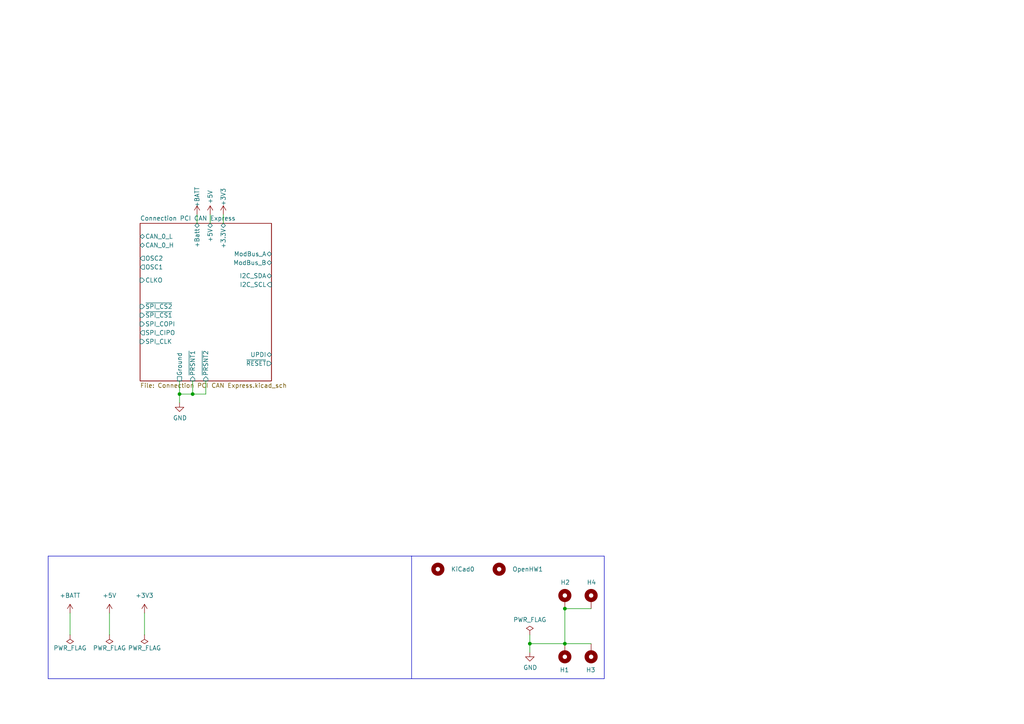
<source format=kicad_sch>
(kicad_sch
	(version 20250114)
	(generator "eeschema")
	(generator_version "9.0")
	(uuid "b26d10c1-0874-459a-80a4-e525262e670c")
	(paper "A4")
	(lib_symbols
		(symbol "Mechanical:MountingHole"
			(pin_names
				(offset 1.016)
			)
			(exclude_from_sim no)
			(in_bom yes)
			(on_board yes)
			(property "Reference" "H"
				(at 0 5.08 0)
				(effects
					(font
						(size 1.27 1.27)
					)
				)
			)
			(property "Value" "MountingHole"
				(at 0 3.175 0)
				(effects
					(font
						(size 1.27 1.27)
					)
				)
			)
			(property "Footprint" ""
				(at 0 0 0)
				(effects
					(font
						(size 1.27 1.27)
					)
					(hide yes)
				)
			)
			(property "Datasheet" "~"
				(at 0 0 0)
				(effects
					(font
						(size 1.27 1.27)
					)
					(hide yes)
				)
			)
			(property "Description" "Mounting Hole without connection"
				(at 0 0 0)
				(effects
					(font
						(size 1.27 1.27)
					)
					(hide yes)
				)
			)
			(property "ki_keywords" "mounting hole"
				(at 0 0 0)
				(effects
					(font
						(size 1.27 1.27)
					)
					(hide yes)
				)
			)
			(property "ki_fp_filters" "MountingHole*"
				(at 0 0 0)
				(effects
					(font
						(size 1.27 1.27)
					)
					(hide yes)
				)
			)
			(symbol "MountingHole_0_1"
				(circle
					(center 0 0)
					(radius 1.27)
					(stroke
						(width 1.27)
						(type default)
					)
					(fill
						(type none)
					)
				)
			)
			(embedded_fonts no)
		)
		(symbol "Mechanical:MountingHole_Pad"
			(pin_numbers
				(hide yes)
			)
			(pin_names
				(offset 1.016)
				(hide yes)
			)
			(exclude_from_sim no)
			(in_bom yes)
			(on_board yes)
			(property "Reference" "H"
				(at 0 6.35 0)
				(effects
					(font
						(size 1.27 1.27)
					)
				)
			)
			(property "Value" "MountingHole_Pad"
				(at 0 4.445 0)
				(effects
					(font
						(size 1.27 1.27)
					)
				)
			)
			(property "Footprint" ""
				(at 0 0 0)
				(effects
					(font
						(size 1.27 1.27)
					)
					(hide yes)
				)
			)
			(property "Datasheet" "~"
				(at 0 0 0)
				(effects
					(font
						(size 1.27 1.27)
					)
					(hide yes)
				)
			)
			(property "Description" "Mounting Hole with connection"
				(at 0 0 0)
				(effects
					(font
						(size 1.27 1.27)
					)
					(hide yes)
				)
			)
			(property "ki_keywords" "mounting hole"
				(at 0 0 0)
				(effects
					(font
						(size 1.27 1.27)
					)
					(hide yes)
				)
			)
			(property "ki_fp_filters" "MountingHole*Pad*"
				(at 0 0 0)
				(effects
					(font
						(size 1.27 1.27)
					)
					(hide yes)
				)
			)
			(symbol "MountingHole_Pad_0_1"
				(circle
					(center 0 1.27)
					(radius 1.27)
					(stroke
						(width 1.27)
						(type default)
					)
					(fill
						(type none)
					)
				)
			)
			(symbol "MountingHole_Pad_1_1"
				(pin input line
					(at 0 -2.54 90)
					(length 2.54)
					(name "1"
						(effects
							(font
								(size 1.27 1.27)
							)
						)
					)
					(number "1"
						(effects
							(font
								(size 1.27 1.27)
							)
						)
					)
				)
			)
			(embedded_fonts no)
		)
		(symbol "power:+3V3"
			(power)
			(pin_names
				(offset 0)
			)
			(exclude_from_sim no)
			(in_bom yes)
			(on_board yes)
			(property "Reference" "#PWR"
				(at 0 -3.81 0)
				(effects
					(font
						(size 1.27 1.27)
					)
					(hide yes)
				)
			)
			(property "Value" "+3V3"
				(at 0 3.556 0)
				(effects
					(font
						(size 1.27 1.27)
					)
				)
			)
			(property "Footprint" ""
				(at 0 0 0)
				(effects
					(font
						(size 1.27 1.27)
					)
					(hide yes)
				)
			)
			(property "Datasheet" ""
				(at 0 0 0)
				(effects
					(font
						(size 1.27 1.27)
					)
					(hide yes)
				)
			)
			(property "Description" "Power symbol creates a global label with name \"+3V3\""
				(at 0 0 0)
				(effects
					(font
						(size 1.27 1.27)
					)
					(hide yes)
				)
			)
			(property "ki_keywords" "power-flag"
				(at 0 0 0)
				(effects
					(font
						(size 1.27 1.27)
					)
					(hide yes)
				)
			)
			(symbol "+3V3_0_1"
				(polyline
					(pts
						(xy -0.762 1.27) (xy 0 2.54)
					)
					(stroke
						(width 0)
						(type default)
					)
					(fill
						(type none)
					)
				)
				(polyline
					(pts
						(xy 0 2.54) (xy 0.762 1.27)
					)
					(stroke
						(width 0)
						(type default)
					)
					(fill
						(type none)
					)
				)
				(polyline
					(pts
						(xy 0 0) (xy 0 2.54)
					)
					(stroke
						(width 0)
						(type default)
					)
					(fill
						(type none)
					)
				)
			)
			(symbol "+3V3_1_1"
				(pin power_in line
					(at 0 0 90)
					(length 0)
					(hide yes)
					(name "+3V3"
						(effects
							(font
								(size 1.27 1.27)
							)
						)
					)
					(number "1"
						(effects
							(font
								(size 1.27 1.27)
							)
						)
					)
				)
			)
			(embedded_fonts no)
		)
		(symbol "power:+5V"
			(power)
			(pin_names
				(offset 0)
			)
			(exclude_from_sim no)
			(in_bom yes)
			(on_board yes)
			(property "Reference" "#PWR"
				(at 0 -3.81 0)
				(effects
					(font
						(size 1.27 1.27)
					)
					(hide yes)
				)
			)
			(property "Value" "+5V"
				(at 0 3.556 0)
				(effects
					(font
						(size 1.27 1.27)
					)
				)
			)
			(property "Footprint" ""
				(at 0 0 0)
				(effects
					(font
						(size 1.27 1.27)
					)
					(hide yes)
				)
			)
			(property "Datasheet" ""
				(at 0 0 0)
				(effects
					(font
						(size 1.27 1.27)
					)
					(hide yes)
				)
			)
			(property "Description" "Power symbol creates a global label with name \"+5V\""
				(at 0 0 0)
				(effects
					(font
						(size 1.27 1.27)
					)
					(hide yes)
				)
			)
			(property "ki_keywords" "power-flag"
				(at 0 0 0)
				(effects
					(font
						(size 1.27 1.27)
					)
					(hide yes)
				)
			)
			(symbol "+5V_0_1"
				(polyline
					(pts
						(xy -0.762 1.27) (xy 0 2.54)
					)
					(stroke
						(width 0)
						(type default)
					)
					(fill
						(type none)
					)
				)
				(polyline
					(pts
						(xy 0 2.54) (xy 0.762 1.27)
					)
					(stroke
						(width 0)
						(type default)
					)
					(fill
						(type none)
					)
				)
				(polyline
					(pts
						(xy 0 0) (xy 0 2.54)
					)
					(stroke
						(width 0)
						(type default)
					)
					(fill
						(type none)
					)
				)
			)
			(symbol "+5V_1_1"
				(pin power_in line
					(at 0 0 90)
					(length 0)
					(hide yes)
					(name "+5V"
						(effects
							(font
								(size 1.27 1.27)
							)
						)
					)
					(number "1"
						(effects
							(font
								(size 1.27 1.27)
							)
						)
					)
				)
			)
			(embedded_fonts no)
		)
		(symbol "power:+BATT"
			(power)
			(pin_names
				(offset 0)
			)
			(exclude_from_sim no)
			(in_bom yes)
			(on_board yes)
			(property "Reference" "#PWR"
				(at 0 -3.81 0)
				(effects
					(font
						(size 1.27 1.27)
					)
					(hide yes)
				)
			)
			(property "Value" "+BATT"
				(at 0 3.556 0)
				(effects
					(font
						(size 1.27 1.27)
					)
				)
			)
			(property "Footprint" ""
				(at 0 0 0)
				(effects
					(font
						(size 1.27 1.27)
					)
					(hide yes)
				)
			)
			(property "Datasheet" ""
				(at 0 0 0)
				(effects
					(font
						(size 1.27 1.27)
					)
					(hide yes)
				)
			)
			(property "Description" "Power symbol creates a global label with name \"+BATT\""
				(at 0 0 0)
				(effects
					(font
						(size 1.27 1.27)
					)
					(hide yes)
				)
			)
			(property "ki_keywords" "power-flag battery"
				(at 0 0 0)
				(effects
					(font
						(size 1.27 1.27)
					)
					(hide yes)
				)
			)
			(symbol "+BATT_0_1"
				(polyline
					(pts
						(xy -0.762 1.27) (xy 0 2.54)
					)
					(stroke
						(width 0)
						(type default)
					)
					(fill
						(type none)
					)
				)
				(polyline
					(pts
						(xy 0 2.54) (xy 0.762 1.27)
					)
					(stroke
						(width 0)
						(type default)
					)
					(fill
						(type none)
					)
				)
				(polyline
					(pts
						(xy 0 0) (xy 0 2.54)
					)
					(stroke
						(width 0)
						(type default)
					)
					(fill
						(type none)
					)
				)
			)
			(symbol "+BATT_1_1"
				(pin power_in line
					(at 0 0 90)
					(length 0)
					(hide yes)
					(name "+BATT"
						(effects
							(font
								(size 1.27 1.27)
							)
						)
					)
					(number "1"
						(effects
							(font
								(size 1.27 1.27)
							)
						)
					)
				)
			)
			(embedded_fonts no)
		)
		(symbol "power:GND"
			(power)
			(pin_names
				(offset 0)
			)
			(exclude_from_sim no)
			(in_bom yes)
			(on_board yes)
			(property "Reference" "#PWR"
				(at 0 -6.35 0)
				(effects
					(font
						(size 1.27 1.27)
					)
					(hide yes)
				)
			)
			(property "Value" "GND"
				(at 0 -3.81 0)
				(effects
					(font
						(size 1.27 1.27)
					)
				)
			)
			(property "Footprint" ""
				(at 0 0 0)
				(effects
					(font
						(size 1.27 1.27)
					)
					(hide yes)
				)
			)
			(property "Datasheet" ""
				(at 0 0 0)
				(effects
					(font
						(size 1.27 1.27)
					)
					(hide yes)
				)
			)
			(property "Description" "Power symbol creates a global label with name \"GND\" , ground"
				(at 0 0 0)
				(effects
					(font
						(size 1.27 1.27)
					)
					(hide yes)
				)
			)
			(property "ki_keywords" "power-flag"
				(at 0 0 0)
				(effects
					(font
						(size 1.27 1.27)
					)
					(hide yes)
				)
			)
			(symbol "GND_0_1"
				(polyline
					(pts
						(xy 0 0) (xy 0 -1.27) (xy 1.27 -1.27) (xy 0 -2.54) (xy -1.27 -1.27) (xy 0 -1.27)
					)
					(stroke
						(width 0)
						(type default)
					)
					(fill
						(type none)
					)
				)
			)
			(symbol "GND_1_1"
				(pin power_in line
					(at 0 0 270)
					(length 0)
					(hide yes)
					(name "GND"
						(effects
							(font
								(size 1.27 1.27)
							)
						)
					)
					(number "1"
						(effects
							(font
								(size 1.27 1.27)
							)
						)
					)
				)
			)
			(embedded_fonts no)
		)
		(symbol "power:PWR_FLAG"
			(power)
			(pin_numbers
				(hide yes)
			)
			(pin_names
				(offset 0)
				(hide yes)
			)
			(exclude_from_sim no)
			(in_bom yes)
			(on_board yes)
			(property "Reference" "#FLG"
				(at 0 1.905 0)
				(effects
					(font
						(size 1.27 1.27)
					)
					(hide yes)
				)
			)
			(property "Value" "PWR_FLAG"
				(at 0 3.81 0)
				(effects
					(font
						(size 1.27 1.27)
					)
				)
			)
			(property "Footprint" ""
				(at 0 0 0)
				(effects
					(font
						(size 1.27 1.27)
					)
					(hide yes)
				)
			)
			(property "Datasheet" "~"
				(at 0 0 0)
				(effects
					(font
						(size 1.27 1.27)
					)
					(hide yes)
				)
			)
			(property "Description" "Special symbol for telling ERC where power comes from"
				(at 0 0 0)
				(effects
					(font
						(size 1.27 1.27)
					)
					(hide yes)
				)
			)
			(property "ki_keywords" "power-flag"
				(at 0 0 0)
				(effects
					(font
						(size 1.27 1.27)
					)
					(hide yes)
				)
			)
			(symbol "PWR_FLAG_0_0"
				(pin power_out line
					(at 0 0 90)
					(length 0)
					(name "pwr"
						(effects
							(font
								(size 1.27 1.27)
							)
						)
					)
					(number "1"
						(effects
							(font
								(size 1.27 1.27)
							)
						)
					)
				)
			)
			(symbol "PWR_FLAG_0_1"
				(polyline
					(pts
						(xy 0 0) (xy 0 1.27) (xy -1.016 1.905) (xy 0 2.54) (xy 1.016 1.905) (xy 0 1.27)
					)
					(stroke
						(width 0)
						(type default)
					)
					(fill
						(type none)
					)
				)
			)
			(embedded_fonts no)
		)
	)
	(junction
		(at 163.83 186.69)
		(diameter 0)
		(color 0 0 0 0)
		(uuid "2135ce01-b8dd-44e8-bebc-879f2270b621")
	)
	(junction
		(at 52.07 114.3)
		(diameter 0)
		(color 0 0 0 0)
		(uuid "3a588a4f-e0ec-4788-a3a2-8381acbc8285")
	)
	(junction
		(at 55.88 114.3)
		(diameter 0)
		(color 0 0 0 0)
		(uuid "ab007a77-a19c-4b0c-971b-f6e7d46175a0")
	)
	(junction
		(at 153.67 186.69)
		(diameter 0)
		(color 0 0 0 0)
		(uuid "c34e67f3-e92f-48d8-b5b9-1f61bfbff029")
	)
	(junction
		(at 163.83 176.53)
		(diameter 0)
		(color 0 0 0 0)
		(uuid "d52383f9-a675-4aca-9f79-eba21f0b1c6b")
	)
	(wire
		(pts
			(xy 57.15 62.23) (xy 57.15 64.77)
		)
		(stroke
			(width 0)
			(type default)
		)
		(uuid "01b7ac95-1595-466c-8741-290a542925bb")
	)
	(wire
		(pts
			(xy 153.67 186.69) (xy 163.83 186.69)
		)
		(stroke
			(width 0)
			(type default)
		)
		(uuid "06369cd4-69f0-4a79-9ab6-335d33abf233")
	)
	(polyline
		(pts
			(xy 119.38 161.29) (xy 175.26 161.29)
		)
		(stroke
			(width 0)
			(type default)
		)
		(uuid "1ad766ee-0758-41f2-80d2-eb65f60f4933")
	)
	(wire
		(pts
			(xy 60.96 62.23) (xy 60.96 64.77)
		)
		(stroke
			(width 0)
			(type default)
		)
		(uuid "343f11da-2079-46ff-b03d-3db335e34d1b")
	)
	(wire
		(pts
			(xy 20.32 177.8) (xy 20.32 184.15)
		)
		(stroke
			(width 0)
			(type default)
		)
		(uuid "405c42ce-020f-4a50-8e6e-859e5061fc87")
	)
	(polyline
		(pts
			(xy 13.97 161.29) (xy 13.97 196.85)
		)
		(stroke
			(width 0)
			(type default)
		)
		(uuid "493c0dd5-382e-4fd0-a910-5496d595dc5f")
	)
	(polyline
		(pts
			(xy 119.38 161.29) (xy 119.38 196.85)
		)
		(stroke
			(width 0)
			(type default)
		)
		(uuid "49445e0e-6f79-44ec-b534-f76c219cf38b")
	)
	(wire
		(pts
			(xy 153.67 184.15) (xy 153.67 186.69)
		)
		(stroke
			(width 0)
			(type default)
		)
		(uuid "4d2b81b1-dc1b-41d9-8d3d-ab0a6b9b1639")
	)
	(polyline
		(pts
			(xy 119.38 196.85) (xy 175.26 196.85)
		)
		(stroke
			(width 0)
			(type default)
		)
		(uuid "5b412533-3628-4bab-95bf-8bc352e3ae39")
	)
	(wire
		(pts
			(xy 55.88 110.49) (xy 55.88 114.3)
		)
		(stroke
			(width 0)
			(type default)
		)
		(uuid "5fa4d366-b74e-471e-8639-b6ae7ef32c19")
	)
	(polyline
		(pts
			(xy 13.97 161.29) (xy 119.38 161.29)
		)
		(stroke
			(width 0)
			(type default)
		)
		(uuid "819c2eae-28e6-440e-a576-c37701cc911b")
	)
	(wire
		(pts
			(xy 59.69 110.49) (xy 59.69 114.3)
		)
		(stroke
			(width 0)
			(type default)
		)
		(uuid "85a4055a-0cf8-4470-af3f-75f0bb289c6d")
	)
	(wire
		(pts
			(xy 52.07 110.49) (xy 52.07 114.3)
		)
		(stroke
			(width 0)
			(type default)
		)
		(uuid "9c91cb4b-f116-4251-8c67-f0fdb74e448f")
	)
	(wire
		(pts
			(xy 171.45 176.53) (xy 163.83 176.53)
		)
		(stroke
			(width 0)
			(type default)
		)
		(uuid "a636b58f-8c42-47c8-bde9-8dbb8fd3e1c0")
	)
	(wire
		(pts
			(xy 52.07 114.3) (xy 55.88 114.3)
		)
		(stroke
			(width 0)
			(type default)
		)
		(uuid "a94f5978-9d43-456c-875c-9ef76f8391ff")
	)
	(wire
		(pts
			(xy 153.67 186.69) (xy 153.67 189.23)
		)
		(stroke
			(width 0)
			(type default)
		)
		(uuid "ac7b2a0e-1431-42bf-9f61-c34c020313ac")
	)
	(polyline
		(pts
			(xy 97.79 196.85) (xy 13.97 196.85)
		)
		(stroke
			(width 0)
			(type default)
		)
		(uuid "af290d59-0024-4480-a782-7089aefdf796")
	)
	(wire
		(pts
			(xy 31.75 177.8) (xy 31.75 184.15)
		)
		(stroke
			(width 0)
			(type default)
		)
		(uuid "b920e04f-9dd4-44c9-82c8-33f816993c8c")
	)
	(wire
		(pts
			(xy 64.77 62.23) (xy 64.77 64.77)
		)
		(stroke
			(width 0)
			(type default)
		)
		(uuid "b944aa70-0499-437f-89c7-58f47b081cca")
	)
	(wire
		(pts
			(xy 52.07 114.3) (xy 52.07 116.84)
		)
		(stroke
			(width 0)
			(type default)
		)
		(uuid "c19ab12c-41cc-4559-aa3c-73b5b22d551c")
	)
	(wire
		(pts
			(xy 55.88 114.3) (xy 59.69 114.3)
		)
		(stroke
			(width 0)
			(type default)
		)
		(uuid "c9165932-f3eb-4d66-accc-a4b7a361846f")
	)
	(wire
		(pts
			(xy 171.45 186.69) (xy 163.83 186.69)
		)
		(stroke
			(width 0)
			(type default)
		)
		(uuid "d942ce4d-d2fd-4789-a3e9-ff80c77f1f87")
	)
	(polyline
		(pts
			(xy 175.26 196.85) (xy 175.26 161.29)
		)
		(stroke
			(width 0)
			(type default)
		)
		(uuid "dca371e7-bf20-4303-801b-94b53fd424bc")
	)
	(wire
		(pts
			(xy 163.83 176.53) (xy 163.83 186.69)
		)
		(stroke
			(width 0)
			(type default)
		)
		(uuid "f63d924b-4787-4e0b-8ab2-9070730b2bb8")
	)
	(polyline
		(pts
			(xy 97.79 196.85) (xy 119.38 196.85)
		)
		(stroke
			(width 0)
			(type default)
		)
		(uuid "f75a1202-bb97-4556-9b42-a8d5f299dcde")
	)
	(wire
		(pts
			(xy 41.91 177.8) (xy 41.91 184.15)
		)
		(stroke
			(width 0)
			(type default)
		)
		(uuid "fa9a54b8-5d26-412c-8b09-9ff90cc1da3c")
	)
	(symbol
		(lib_id "power:GND")
		(at 153.67 189.23 0)
		(unit 1)
		(exclude_from_sim no)
		(in_bom yes)
		(on_board yes)
		(dnp no)
		(uuid "11081459-cd41-48e1-8c63-efd6f2d2a734")
		(property "Reference" "#PWR0109"
			(at 153.67 195.58 0)
			(effects
				(font
					(size 1.27 1.27)
				)
				(hide yes)
			)
		)
		(property "Value" "GND"
			(at 153.797 193.6242 0)
			(effects
				(font
					(size 1.27 1.27)
				)
			)
		)
		(property "Footprint" ""
			(at 153.67 189.23 0)
			(effects
				(font
					(size 1.27 1.27)
				)
				(hide yes)
			)
		)
		(property "Datasheet" ""
			(at 153.67 189.23 0)
			(effects
				(font
					(size 1.27 1.27)
				)
				(hide yes)
			)
		)
		(property "Description" ""
			(at 153.67 189.23 0)
			(effects
				(font
					(size 1.27 1.27)
				)
			)
		)
		(pin "1"
			(uuid "ac56a834-b6ac-4425-8830-9a2bf9738b23")
		)
		(instances
			(project "PC104_PCI_CAN_Express"
				(path "/b26d10c1-0874-459a-80a4-e525262e670c"
					(reference "#PWR0109")
					(unit 1)
				)
			)
		)
	)
	(symbol
		(lib_id "Mechanical:MountingHole_Pad")
		(at 163.83 189.23 180)
		(unit 1)
		(exclude_from_sim no)
		(in_bom yes)
		(on_board yes)
		(dnp no)
		(uuid "142a8888-a686-4219-bf11-d33551d163bf")
		(property "Reference" "H1"
			(at 165.1 194.31 0)
			(effects
				(font
					(size 1.27 1.27)
				)
				(justify left)
			)
		)
		(property "Value" "MountingHole_Pad"
			(at 177.8 195.58 0)
			(effects
				(font
					(size 1.27 1.27)
				)
				(justify left)
				(hide yes)
			)
		)
		(property "Footprint" "MountingHole:MountingHole_3.2mm_M3_Pad_Via"
			(at 163.83 189.23 0)
			(effects
				(font
					(size 1.27 1.27)
				)
				(hide yes)
			)
		)
		(property "Datasheet" "~"
			(at 163.83 189.23 0)
			(effects
				(font
					(size 1.27 1.27)
				)
				(hide yes)
			)
		)
		(property "Description" ""
			(at 163.83 189.23 0)
			(effects
				(font
					(size 1.27 1.27)
				)
			)
		)
		(pin "1"
			(uuid "19ac61ba-f4b2-4a8a-b835-39912fea03f1")
		)
		(instances
			(project "PC104_PCI_CAN_Express"
				(path "/b26d10c1-0874-459a-80a4-e525262e670c"
					(reference "H1")
					(unit 1)
				)
			)
		)
	)
	(symbol
		(lib_id "power:+5V")
		(at 60.96 62.23 0)
		(unit 1)
		(exclude_from_sim no)
		(in_bom yes)
		(on_board yes)
		(dnp no)
		(uuid "1dfd98ca-f72a-4ad4-a19c-ec11bb60efe3")
		(property "Reference" "#PWR0112"
			(at 60.96 66.04 0)
			(effects
				(font
					(size 1.27 1.27)
				)
				(hide yes)
			)
		)
		(property "Value" "+5V"
			(at 60.96 57.15 90)
			(effects
				(font
					(size 1.27 1.27)
				)
			)
		)
		(property "Footprint" ""
			(at 60.96 62.23 0)
			(effects
				(font
					(size 1.27 1.27)
				)
				(hide yes)
			)
		)
		(property "Datasheet" ""
			(at 60.96 62.23 0)
			(effects
				(font
					(size 1.27 1.27)
				)
				(hide yes)
			)
		)
		(property "Description" ""
			(at 60.96 62.23 0)
			(effects
				(font
					(size 1.27 1.27)
				)
			)
		)
		(pin "1"
			(uuid "f5738780-63b7-49a5-871b-31bdbc395d81")
		)
		(instances
			(project "PC104_PCI_CAN_Express"
				(path "/b26d10c1-0874-459a-80a4-e525262e670c"
					(reference "#PWR0112")
					(unit 1)
				)
			)
		)
	)
	(symbol
		(lib_id "power:PWR_FLAG")
		(at 153.67 184.15 0)
		(unit 1)
		(exclude_from_sim no)
		(in_bom yes)
		(on_board yes)
		(dnp no)
		(uuid "1f7d3344-9f11-4918-8eab-6cd22f4df52b")
		(property "Reference" "#FLG0101"
			(at 153.67 182.245 0)
			(effects
				(font
					(size 1.27 1.27)
				)
				(hide yes)
			)
		)
		(property "Value" "PWR_FLAG"
			(at 153.67 179.7558 0)
			(effects
				(font
					(size 1.27 1.27)
				)
			)
		)
		(property "Footprint" ""
			(at 153.67 184.15 0)
			(effects
				(font
					(size 1.27 1.27)
				)
				(hide yes)
			)
		)
		(property "Datasheet" "~"
			(at 153.67 184.15 0)
			(effects
				(font
					(size 1.27 1.27)
				)
				(hide yes)
			)
		)
		(property "Description" ""
			(at 153.67 184.15 0)
			(effects
				(font
					(size 1.27 1.27)
				)
			)
		)
		(pin "1"
			(uuid "0a74809d-d151-4f05-8117-a97d88763ab2")
		)
		(instances
			(project "PC104_PCI_CAN_Express"
				(path "/b26d10c1-0874-459a-80a4-e525262e670c"
					(reference "#FLG0101")
					(unit 1)
				)
			)
		)
	)
	(symbol
		(lib_id "power:+3V3")
		(at 41.91 177.8 0)
		(unit 1)
		(exclude_from_sim no)
		(in_bom yes)
		(on_board yes)
		(dnp no)
		(fields_autoplaced yes)
		(uuid "1fe67c08-cfb1-4fd2-b4d5-3a991cc74c2a")
		(property "Reference" "#PWR0117"
			(at 41.91 181.61 0)
			(effects
				(font
					(size 1.27 1.27)
				)
				(hide yes)
			)
		)
		(property "Value" "+3V3"
			(at 41.91 172.72 0)
			(effects
				(font
					(size 1.27 1.27)
				)
			)
		)
		(property "Footprint" ""
			(at 41.91 177.8 0)
			(effects
				(font
					(size 1.27 1.27)
				)
				(hide yes)
			)
		)
		(property "Datasheet" ""
			(at 41.91 177.8 0)
			(effects
				(font
					(size 1.27 1.27)
				)
				(hide yes)
			)
		)
		(property "Description" ""
			(at 41.91 177.8 0)
			(effects
				(font
					(size 1.27 1.27)
				)
			)
		)
		(pin "1"
			(uuid "7cc3620e-c4a1-4dfd-b98d-af15bbd5ab80")
		)
		(instances
			(project "PC104_PCI_CAN_Express"
				(path "/b26d10c1-0874-459a-80a4-e525262e670c"
					(reference "#PWR0117")
					(unit 1)
				)
			)
		)
	)
	(symbol
		(lib_id "Mechanical:MountingHole")
		(at 127 165.1 0)
		(unit 1)
		(exclude_from_sim no)
		(in_bom yes)
		(on_board yes)
		(dnp no)
		(uuid "3478445b-9a2b-4f9a-8b3e-fbf23cf990f1")
		(property "Reference" "KiCad0"
			(at 130.81 165.1 0)
			(effects
				(font
					(size 1.27 1.27)
				)
				(justify left)
			)
		)
		(property "Value" "MountingHole"
			(at 129.54 166.3699 0)
			(effects
				(font
					(size 1.27 1.27)
				)
				(justify left)
				(hide yes)
			)
		)
		(property "Footprint" "Symbol:KiCad-Logo2_5mm_SilkScreen"
			(at 127 165.1 0)
			(effects
				(font
					(size 1.27 1.27)
				)
				(hide yes)
			)
		)
		(property "Datasheet" "~"
			(at 127 165.1 0)
			(effects
				(font
					(size 1.27 1.27)
				)
				(hide yes)
			)
		)
		(property "Description" ""
			(at 127 165.1 0)
			(effects
				(font
					(size 1.27 1.27)
				)
			)
		)
		(instances
			(project "PC104_PCI_CAN_Express"
				(path "/b26d10c1-0874-459a-80a4-e525262e670c"
					(reference "KiCad0")
					(unit 1)
				)
			)
		)
	)
	(symbol
		(lib_id "power:+BATT")
		(at 20.32 177.8 0)
		(unit 1)
		(exclude_from_sim no)
		(in_bom yes)
		(on_board yes)
		(dnp no)
		(fields_autoplaced yes)
		(uuid "463597cf-87fd-436e-b41a-9f03f63cd147")
		(property "Reference" "#PWR0110"
			(at 20.32 181.61 0)
			(effects
				(font
					(size 1.27 1.27)
				)
				(hide yes)
			)
		)
		(property "Value" "+BATT"
			(at 20.32 172.72 0)
			(effects
				(font
					(size 1.27 1.27)
				)
			)
		)
		(property "Footprint" ""
			(at 20.32 177.8 0)
			(effects
				(font
					(size 1.27 1.27)
				)
				(hide yes)
			)
		)
		(property "Datasheet" ""
			(at 20.32 177.8 0)
			(effects
				(font
					(size 1.27 1.27)
				)
				(hide yes)
			)
		)
		(property "Description" ""
			(at 20.32 177.8 0)
			(effects
				(font
					(size 1.27 1.27)
				)
			)
		)
		(pin "1"
			(uuid "fe27dbd4-2043-482b-aad5-99a76a9ae29f")
		)
		(instances
			(project "PC104_PCI_CAN_Express"
				(path "/b26d10c1-0874-459a-80a4-e525262e670c"
					(reference "#PWR0110")
					(unit 1)
				)
			)
		)
	)
	(symbol
		(lib_id "power:PWR_FLAG")
		(at 41.91 184.15 180)
		(unit 1)
		(exclude_from_sim no)
		(in_bom yes)
		(on_board yes)
		(dnp no)
		(uuid "4ebad3f4-9e56-49b5-afeb-de073d590f3d")
		(property "Reference" "#FLG0104"
			(at 41.91 186.055 0)
			(effects
				(font
					(size 1.27 1.27)
				)
				(hide yes)
			)
		)
		(property "Value" "PWR_FLAG"
			(at 41.91 187.96 0)
			(effects
				(font
					(size 1.27 1.27)
				)
			)
		)
		(property "Footprint" ""
			(at 41.91 184.15 0)
			(effects
				(font
					(size 1.27 1.27)
				)
				(hide yes)
			)
		)
		(property "Datasheet" "~"
			(at 41.91 184.15 0)
			(effects
				(font
					(size 1.27 1.27)
				)
				(hide yes)
			)
		)
		(property "Description" ""
			(at 41.91 184.15 0)
			(effects
				(font
					(size 1.27 1.27)
				)
			)
		)
		(pin "1"
			(uuid "ab206bb6-bbdf-4a0e-b930-a8c7e7cb0197")
		)
		(instances
			(project "PC104_PCI_CAN_Express"
				(path "/b26d10c1-0874-459a-80a4-e525262e670c"
					(reference "#FLG0104")
					(unit 1)
				)
			)
		)
	)
	(symbol
		(lib_id "power:PWR_FLAG")
		(at 20.32 184.15 180)
		(unit 1)
		(exclude_from_sim no)
		(in_bom yes)
		(on_board yes)
		(dnp no)
		(uuid "521b98fa-6dee-4b7b-ab1a-06dd9d46f0c4")
		(property "Reference" "#FLG0102"
			(at 20.32 186.055 0)
			(effects
				(font
					(size 1.27 1.27)
				)
				(hide yes)
			)
		)
		(property "Value" "PWR_FLAG"
			(at 20.32 187.96 0)
			(effects
				(font
					(size 1.27 1.27)
				)
			)
		)
		(property "Footprint" ""
			(at 20.32 184.15 0)
			(effects
				(font
					(size 1.27 1.27)
				)
				(hide yes)
			)
		)
		(property "Datasheet" "~"
			(at 20.32 184.15 0)
			(effects
				(font
					(size 1.27 1.27)
				)
				(hide yes)
			)
		)
		(property "Description" ""
			(at 20.32 184.15 0)
			(effects
				(font
					(size 1.27 1.27)
				)
			)
		)
		(pin "1"
			(uuid "99641195-14b8-4867-9367-0847bf6ed8f7")
		)
		(instances
			(project "PC104_PCI_CAN_Express"
				(path "/b26d10c1-0874-459a-80a4-e525262e670c"
					(reference "#FLG0102")
					(unit 1)
				)
			)
		)
	)
	(symbol
		(lib_id "power:PWR_FLAG")
		(at 31.75 184.15 180)
		(unit 1)
		(exclude_from_sim no)
		(in_bom yes)
		(on_board yes)
		(dnp no)
		(uuid "5a4f3624-b4ef-4d33-bd1e-2d7f58c95503")
		(property "Reference" "#FLG0103"
			(at 31.75 186.055 0)
			(effects
				(font
					(size 1.27 1.27)
				)
				(hide yes)
			)
		)
		(property "Value" "PWR_FLAG"
			(at 31.75 187.96 0)
			(effects
				(font
					(size 1.27 1.27)
				)
			)
		)
		(property "Footprint" ""
			(at 31.75 184.15 0)
			(effects
				(font
					(size 1.27 1.27)
				)
				(hide yes)
			)
		)
		(property "Datasheet" "~"
			(at 31.75 184.15 0)
			(effects
				(font
					(size 1.27 1.27)
				)
				(hide yes)
			)
		)
		(property "Description" ""
			(at 31.75 184.15 0)
			(effects
				(font
					(size 1.27 1.27)
				)
			)
		)
		(pin "1"
			(uuid "0a1c73af-9730-435c-b061-70baa6cb9d53")
		)
		(instances
			(project "PC104_PCI_CAN_Express"
				(path "/b26d10c1-0874-459a-80a4-e525262e670c"
					(reference "#FLG0103")
					(unit 1)
				)
			)
		)
	)
	(symbol
		(lib_id "power:+BATT")
		(at 57.15 62.23 0)
		(unit 1)
		(exclude_from_sim no)
		(in_bom yes)
		(on_board yes)
		(dnp no)
		(uuid "75233824-366b-4ea8-9966-4dec05311465")
		(property "Reference" "#PWR0113"
			(at 57.15 66.04 0)
			(effects
				(font
					(size 1.27 1.27)
				)
				(hide yes)
			)
		)
		(property "Value" "+BATT"
			(at 57.15 57.15 90)
			(effects
				(font
					(size 1.27 1.27)
				)
			)
		)
		(property "Footprint" ""
			(at 57.15 62.23 0)
			(effects
				(font
					(size 1.27 1.27)
				)
				(hide yes)
			)
		)
		(property "Datasheet" ""
			(at 57.15 62.23 0)
			(effects
				(font
					(size 1.27 1.27)
				)
				(hide yes)
			)
		)
		(property "Description" ""
			(at 57.15 62.23 0)
			(effects
				(font
					(size 1.27 1.27)
				)
			)
		)
		(pin "1"
			(uuid "766226bf-377e-49d6-b837-ab6c22ce7a5e")
		)
		(instances
			(project "PC104_PCI_CAN_Express"
				(path "/b26d10c1-0874-459a-80a4-e525262e670c"
					(reference "#PWR0113")
					(unit 1)
				)
			)
		)
	)
	(symbol
		(lib_id "Mechanical:MountingHole_Pad")
		(at 171.45 189.23 180)
		(unit 1)
		(exclude_from_sim no)
		(in_bom yes)
		(on_board yes)
		(dnp no)
		(uuid "87e5c540-bd63-4243-a6fb-beed1e7755d1")
		(property "Reference" "H3"
			(at 172.72 194.31 0)
			(effects
				(font
					(size 1.27 1.27)
				)
				(justify left)
			)
		)
		(property "Value" "MountingHole_Pad"
			(at 176.53 195.58 0)
			(effects
				(font
					(size 1.27 1.27)
				)
				(justify left)
				(hide yes)
			)
		)
		(property "Footprint" "MountingHole:MountingHole_3.2mm_M3_Pad_Via"
			(at 171.45 189.23 0)
			(effects
				(font
					(size 1.27 1.27)
				)
				(hide yes)
			)
		)
		(property "Datasheet" "~"
			(at 171.45 189.23 0)
			(effects
				(font
					(size 1.27 1.27)
				)
				(hide yes)
			)
		)
		(property "Description" ""
			(at 171.45 189.23 0)
			(effects
				(font
					(size 1.27 1.27)
				)
			)
		)
		(pin "1"
			(uuid "f7ed3c04-4c61-485e-b910-e916a5492303")
		)
		(instances
			(project "PC104_PCI_CAN_Express"
				(path "/b26d10c1-0874-459a-80a4-e525262e670c"
					(reference "H3")
					(unit 1)
				)
			)
		)
	)
	(symbol
		(lib_id "power:+5V")
		(at 31.75 177.8 0)
		(unit 1)
		(exclude_from_sim no)
		(in_bom yes)
		(on_board yes)
		(dnp no)
		(uuid "8cca5a79-10c5-4e6d-bd9b-886ce157ace2")
		(property "Reference" "#PWR0111"
			(at 31.75 181.61 0)
			(effects
				(font
					(size 1.27 1.27)
				)
				(hide yes)
			)
		)
		(property "Value" "+5V"
			(at 31.75 172.72 0)
			(effects
				(font
					(size 1.27 1.27)
				)
			)
		)
		(property "Footprint" ""
			(at 31.75 177.8 0)
			(effects
				(font
					(size 1.27 1.27)
				)
				(hide yes)
			)
		)
		(property "Datasheet" ""
			(at 31.75 177.8 0)
			(effects
				(font
					(size 1.27 1.27)
				)
				(hide yes)
			)
		)
		(property "Description" ""
			(at 31.75 177.8 0)
			(effects
				(font
					(size 1.27 1.27)
				)
			)
		)
		(pin "1"
			(uuid "bce19528-3b3a-4ef5-b6f4-b7ff35213612")
		)
		(instances
			(project "PC104_PCI_CAN_Express"
				(path "/b26d10c1-0874-459a-80a4-e525262e670c"
					(reference "#PWR0111")
					(unit 1)
				)
			)
		)
	)
	(symbol
		(lib_id "power:+3V3")
		(at 64.77 62.23 0)
		(unit 1)
		(exclude_from_sim no)
		(in_bom yes)
		(on_board yes)
		(dnp no)
		(uuid "ca93c981-1284-42ee-8eea-8b70b3b613c0")
		(property "Reference" "#PWR0118"
			(at 64.77 66.04 0)
			(effects
				(font
					(size 1.27 1.27)
				)
				(hide yes)
			)
		)
		(property "Value" "+3V3"
			(at 64.77 57.15 90)
			(effects
				(font
					(size 1.27 1.27)
				)
			)
		)
		(property "Footprint" ""
			(at 64.77 62.23 0)
			(effects
				(font
					(size 1.27 1.27)
				)
				(hide yes)
			)
		)
		(property "Datasheet" ""
			(at 64.77 62.23 0)
			(effects
				(font
					(size 1.27 1.27)
				)
				(hide yes)
			)
		)
		(property "Description" ""
			(at 64.77 62.23 0)
			(effects
				(font
					(size 1.27 1.27)
				)
			)
		)
		(pin "1"
			(uuid "cfb5a318-8465-4521-b066-5bb9eb10b6cc")
		)
		(instances
			(project "PC104_PCI_CAN_Express"
				(path "/b26d10c1-0874-459a-80a4-e525262e670c"
					(reference "#PWR0118")
					(unit 1)
				)
			)
		)
	)
	(symbol
		(lib_id "power:GND")
		(at 52.07 116.84 0)
		(unit 1)
		(exclude_from_sim no)
		(in_bom yes)
		(on_board yes)
		(dnp no)
		(uuid "da158b39-6088-460a-9294-bf250057b186")
		(property "Reference" "#PWR01"
			(at 52.07 123.19 0)
			(effects
				(font
					(size 1.27 1.27)
				)
				(hide yes)
			)
		)
		(property "Value" "GND"
			(at 52.197 121.2342 0)
			(effects
				(font
					(size 1.27 1.27)
				)
			)
		)
		(property "Footprint" ""
			(at 52.07 116.84 0)
			(effects
				(font
					(size 1.27 1.27)
				)
				(hide yes)
			)
		)
		(property "Datasheet" ""
			(at 52.07 116.84 0)
			(effects
				(font
					(size 1.27 1.27)
				)
				(hide yes)
			)
		)
		(property "Description" ""
			(at 52.07 116.84 0)
			(effects
				(font
					(size 1.27 1.27)
				)
			)
		)
		(pin "1"
			(uuid "240faa64-0b19-4b45-9907-85cd38ae31f5")
		)
		(instances
			(project "PC104_PCI_CAN_Express"
				(path "/b26d10c1-0874-459a-80a4-e525262e670c"
					(reference "#PWR01")
					(unit 1)
				)
			)
		)
	)
	(symbol
		(lib_id "Mechanical:MountingHole")
		(at 144.78 165.1 0)
		(unit 1)
		(exclude_from_sim no)
		(in_bom yes)
		(on_board yes)
		(dnp no)
		(uuid "e14833a0-4668-42e8-b3f5-f0c7a59225b9")
		(property "Reference" "OpenHW1"
			(at 148.59 165.1 0)
			(effects
				(font
					(size 1.27 1.27)
				)
				(justify left)
			)
		)
		(property "Value" "MountingHole"
			(at 147.32 166.3699 0)
			(effects
				(font
					(size 1.27 1.27)
				)
				(justify left)
				(hide yes)
			)
		)
		(property "Footprint" "Symbol:OSHW-Logo2_7.3x6mm_SilkScreen"
			(at 144.78 165.1 0)
			(effects
				(font
					(size 1.27 1.27)
				)
				(hide yes)
			)
		)
		(property "Datasheet" "~"
			(at 144.78 165.1 0)
			(effects
				(font
					(size 1.27 1.27)
				)
				(hide yes)
			)
		)
		(property "Description" ""
			(at 144.78 165.1 0)
			(effects
				(font
					(size 1.27 1.27)
				)
			)
		)
		(instances
			(project "PC104_PCI_CAN_Express"
				(path "/b26d10c1-0874-459a-80a4-e525262e670c"
					(reference "OpenHW1")
					(unit 1)
				)
			)
		)
	)
	(symbol
		(lib_id "Mechanical:MountingHole_Pad")
		(at 171.45 173.99 0)
		(unit 1)
		(exclude_from_sim no)
		(in_bom yes)
		(on_board yes)
		(dnp no)
		(uuid "e51ca0b1-f17f-40fc-a030-623c737fa996")
		(property "Reference" "H4"
			(at 170.18 168.91 0)
			(effects
				(font
					(size 1.27 1.27)
				)
				(justify left)
			)
		)
		(property "Value" "MountingHole_Pad"
			(at 166.37 167.64 0)
			(effects
				(font
					(size 1.27 1.27)
				)
				(justify left)
				(hide yes)
			)
		)
		(property "Footprint" "MountingHole:MountingHole_3.2mm_M3_Pad_Via"
			(at 171.45 173.99 0)
			(effects
				(font
					(size 1.27 1.27)
				)
				(hide yes)
			)
		)
		(property "Datasheet" "~"
			(at 171.45 173.99 0)
			(effects
				(font
					(size 1.27 1.27)
				)
				(hide yes)
			)
		)
		(property "Description" ""
			(at 171.45 173.99 0)
			(effects
				(font
					(size 1.27 1.27)
				)
			)
		)
		(pin "1"
			(uuid "e0386f8f-be44-4d51-a1c7-d8644baa501d")
		)
		(instances
			(project "PC104_PCI_CAN_Express"
				(path "/b26d10c1-0874-459a-80a4-e525262e670c"
					(reference "H4")
					(unit 1)
				)
			)
		)
	)
	(symbol
		(lib_id "Mechanical:MountingHole_Pad")
		(at 163.83 173.99 0)
		(unit 1)
		(exclude_from_sim no)
		(in_bom yes)
		(on_board yes)
		(dnp no)
		(uuid "ec50caf3-3964-42b0-8d52-f2901864527a")
		(property "Reference" "H2"
			(at 162.56 168.91 0)
			(effects
				(font
					(size 1.27 1.27)
				)
				(justify left)
			)
		)
		(property "Value" "MountingHole_Pad"
			(at 158.75 167.64 0)
			(effects
				(font
					(size 1.27 1.27)
				)
				(justify left)
				(hide yes)
			)
		)
		(property "Footprint" "MountingHole:MountingHole_3.2mm_M3_Pad_Via"
			(at 163.83 173.99 0)
			(effects
				(font
					(size 1.27 1.27)
				)
				(hide yes)
			)
		)
		(property "Datasheet" "~"
			(at 163.83 173.99 0)
			(effects
				(font
					(size 1.27 1.27)
				)
				(hide yes)
			)
		)
		(property "Description" ""
			(at 163.83 173.99 0)
			(effects
				(font
					(size 1.27 1.27)
				)
			)
		)
		(pin "1"
			(uuid "bea7ad92-807b-48cf-9e86-716609b51d88")
		)
		(instances
			(project "PC104_PCI_CAN_Express"
				(path "/b26d10c1-0874-459a-80a4-e525262e670c"
					(reference "H2")
					(unit 1)
				)
			)
		)
	)
	(sheet
		(at 40.64 64.77)
		(size 38.1 45.72)
		(exclude_from_sim no)
		(in_bom yes)
		(on_board yes)
		(dnp no)
		(fields_autoplaced yes)
		(stroke
			(width 0.1524)
			(type solid)
		)
		(fill
			(color 0 0 0 0.0000)
		)
		(uuid "49081260-d3db-4891-bc97-e468d504baf8")
		(property "Sheetname" "Connection PCI CAN Express"
			(at 40.64 64.0584 0)
			(effects
				(font
					(size 1.27 1.27)
				)
				(justify left bottom)
			)
		)
		(property "Sheetfile" "Connection PCI CAN Express.kicad_sch"
			(at 40.64 111.0746 0)
			(effects
				(font
					(size 1.27 1.27)
				)
				(justify left top)
			)
		)
		(pin "UPDI" bidirectional
			(at 78.74 102.87 0)
			(uuid "4741c5ed-165b-43fc-a450-cd38cd5c25b0")
			(effects
				(font
					(size 1.27 1.27)
				)
				(justify right)
			)
		)
		(pin "+3.3V" bidirectional
			(at 64.77 64.77 90)
			(uuid "3529d251-f04a-4bc0-8bf5-695943d13c42")
			(effects
				(font
					(size 1.27 1.27)
				)
				(justify right)
			)
		)
		(pin "Ground" passive
			(at 52.07 110.49 270)
			(uuid "252d3a52-be38-4008-bf8c-d5979e76cf94")
			(effects
				(font
					(size 1.27 1.27)
				)
				(justify left)
			)
		)
		(pin "~{SPI_CS2}" input
			(at 40.64 88.9 180)
			(uuid "b972749e-61f2-4fa7-86c0-db242f51264d")
			(effects
				(font
					(size 1.27 1.27)
				)
				(justify left)
			)
		)
		(pin "+Batt" bidirectional
			(at 57.15 64.77 90)
			(uuid "4449ccbd-ed95-463c-8117-a8cead943201")
			(effects
				(font
					(size 1.27 1.27)
				)
				(justify right)
			)
		)
		(pin "+5V" bidirectional
			(at 60.96 64.77 90)
			(uuid "bb0657ef-c48d-4800-8dc0-d5d577ee0c4e")
			(effects
				(font
					(size 1.27 1.27)
				)
				(justify right)
			)
		)
		(pin "I2C_SDA" bidirectional
			(at 78.74 80.01 0)
			(uuid "939609e2-fe94-4619-96c0-43dc03d176e2")
			(effects
				(font
					(size 1.27 1.27)
				)
				(justify right)
			)
		)
		(pin "I2C_SCL" input
			(at 78.74 82.55 0)
			(uuid "d420780b-23db-4aac-bcd7-0d9d168bdaf3")
			(effects
				(font
					(size 1.27 1.27)
				)
				(justify right)
			)
		)
		(pin "~{PRSNT2}" input
			(at 59.69 110.49 270)
			(uuid "363bafc1-97a6-4acb-a14a-8ad2c075b0fe")
			(effects
				(font
					(size 1.27 1.27)
				)
				(justify left)
			)
		)
		(pin "CLKO" input
			(at 40.64 81.28 180)
			(uuid "69ec8022-2032-4fdc-bbc7-084fc7fa07fd")
			(effects
				(font
					(size 1.27 1.27)
				)
				(justify left)
			)
		)
		(pin "ModBus_A" bidirectional
			(at 78.74 73.66 0)
			(uuid "86054b8b-7bb5-4180-8dd0-36a7577846d1")
			(effects
				(font
					(size 1.27 1.27)
				)
				(justify right)
			)
		)
		(pin "ModBus_B" bidirectional
			(at 78.74 76.2 0)
			(uuid "588147a7-afac-4f8d-8147-2dc901ee24d9")
			(effects
				(font
					(size 1.27 1.27)
				)
				(justify right)
			)
		)
		(pin "~{PRSNT1}" input
			(at 55.88 110.49 270)
			(uuid "ea169e00-2017-4d98-95a6-a41df8995121")
			(effects
				(font
					(size 1.27 1.27)
				)
				(justify left)
			)
		)
		(pin "~{SPI_CS1}" input
			(at 40.64 91.44 180)
			(uuid "ddd885fd-e941-4cec-88b1-c5c6e0fcdb13")
			(effects
				(font
					(size 1.27 1.27)
				)
				(justify left)
			)
		)
		(pin "SPI_COPI" input
			(at 40.64 93.98 180)
			(uuid "67ec1f31-e6d9-4231-8d63-f9ecd0519d4f")
			(effects
				(font
					(size 1.27 1.27)
				)
				(justify left)
			)
		)
		(pin "SPI_CIPO" output
			(at 40.64 96.52 180)
			(uuid "061ee63b-1cdf-405c-aed4-f1a72804ea70")
			(effects
				(font
					(size 1.27 1.27)
				)
				(justify left)
			)
		)
		(pin "SPI_CLK" input
			(at 40.64 99.06 180)
			(uuid "a907b4a5-e596-45ff-b8bd-8974e1757494")
			(effects
				(font
					(size 1.27 1.27)
				)
				(justify left)
			)
		)
		(pin "~{RESET}" output
			(at 78.74 105.41 0)
			(uuid "579fb2e1-1983-4dbe-9f5d-890624c3c974")
			(effects
				(font
					(size 1.27 1.27)
				)
				(justify right)
			)
		)
		(pin "OSC1" output
			(at 40.64 77.47 180)
			(uuid "490481e9-d203-48f9-bde0-3e60e51a9f84")
			(effects
				(font
					(size 1.27 1.27)
				)
				(justify left)
			)
		)
		(pin "OSC2" output
			(at 40.64 74.93 180)
			(uuid "23c9199c-c450-4a6c-b424-80a3f7477bce")
			(effects
				(font
					(size 1.27 1.27)
				)
				(justify left)
			)
		)
		(pin "CAN_0_H" bidirectional
			(at 40.64 71.12 180)
			(uuid "6dbeab41-76ac-432a-8451-84584f1a4024")
			(effects
				(font
					(size 1.27 1.27)
				)
				(justify left)
			)
		)
		(pin "CAN_0_L" bidirectional
			(at 40.64 68.58 180)
			(uuid "2d347e15-7ca0-4507-9ff2-1a41222d3ca3")
			(effects
				(font
					(size 1.27 1.27)
				)
				(justify left)
			)
		)
		(instances
			(project "ATTiny1616DevBoard"
				(path "/92d35ba6-f947-4e80-8ed2-a00ad88d5264"
					(page "2")
				)
			)
			(project "PC104_PCI_CAN_Express"
				(path "/b26d10c1-0874-459a-80a4-e525262e670c"
					(page "2")
				)
			)
		)
	)
	(sheet_instances
		(path "/"
			(page "1")
		)
	)
	(embedded_fonts no)
)

</source>
